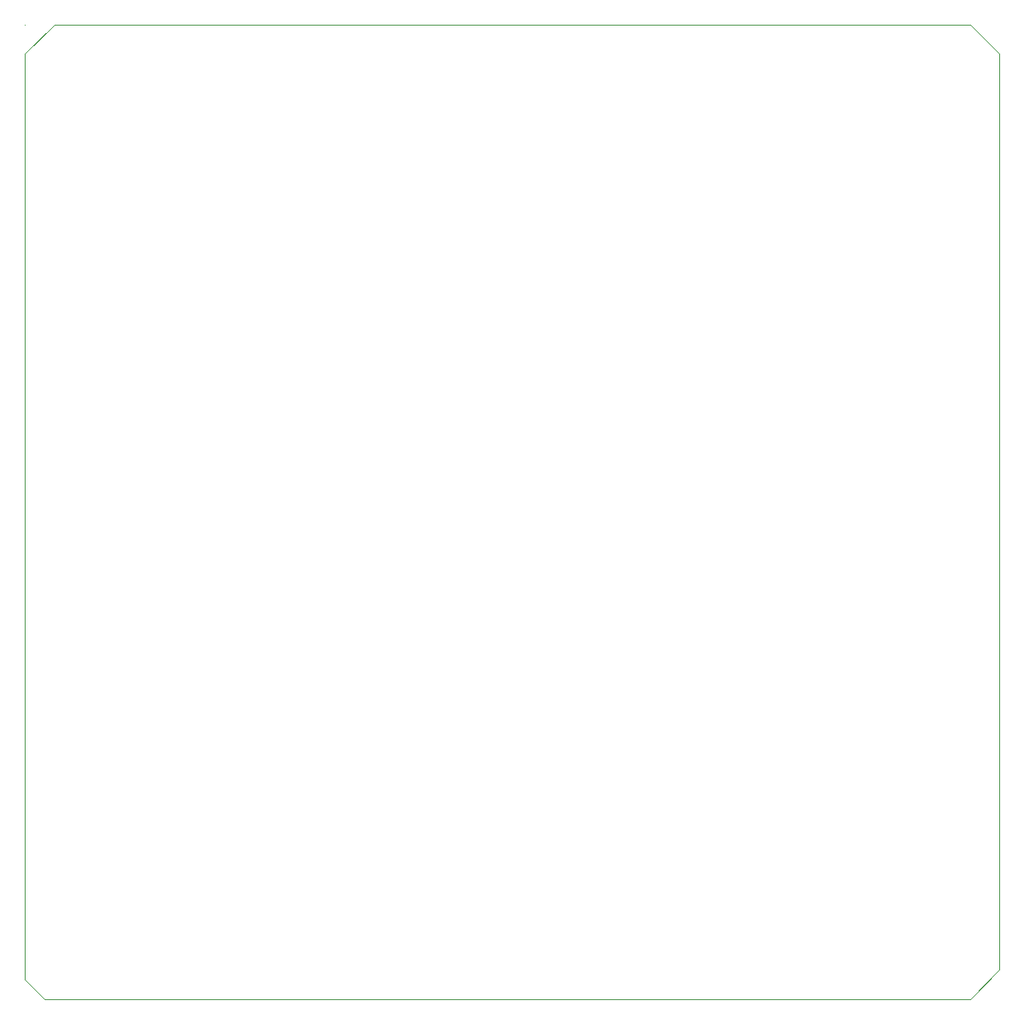
<source format=gko>
G04 (created by PCBNEW (2013-07-07 BZR 4022)-stable) date 12/19/2014 12:15:37 PM*
%MOIN*%
G04 Gerber Fmt 3.4, Leading zero omitted, Abs format*
%FSLAX34Y34*%
G01*
G70*
G90*
G04 APERTURE LIST*
%ADD10C,0.00590551*%
%ADD11C,0.00393701*%
G04 APERTURE END LIST*
G54D10*
G54D11*
X0Y0D02*
G75*
G03X0Y0I0J0D01*
G74*
G01*
X0Y0D02*
X0Y0D01*
X0Y0D02*
X0Y0D01*
X0Y-38582D02*
X0Y-1181D01*
X787Y-39370D02*
X0Y-38582D01*
X38188Y-39370D02*
X787Y-39370D01*
X39370Y-38188D02*
X38188Y-39370D01*
X39370Y-1181D02*
X39370Y-38188D01*
X38188Y0D02*
X39370Y-1181D01*
X1181Y0D02*
X38188Y0D01*
X0Y-1181D02*
X1181Y0D01*
M02*

</source>
